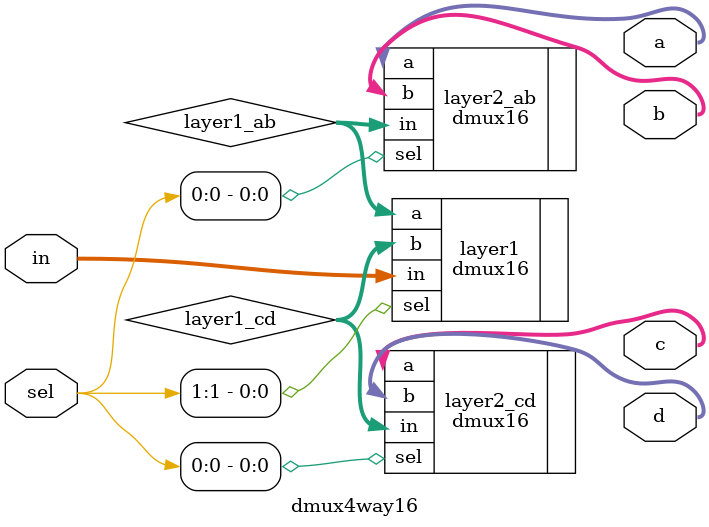
<source format=v>
/* Channels the input to one out of 4 outputs */
module dmux4way16(
    input wire [15:0] in,
    input wire [1:0] sel,
    output wire [15:0] a,
    output wire [15:0] b,
    output wire [15:0] c,
    output wire [15:0] d
);
    wire [15:0] layer1_ab, layer1_cd;
    dmux16 layer1 (
        .in(in),
        .sel(sel[1]),
        .a(layer1_ab),
        .b(layer1_cd)
    );
    dmux16 layer2_ab (
        .in(layer1_ab),
        .sel(sel[0]),
        .a(a),
        .b(b)
    );
    dmux16 layer2_cd (
        .in(layer1_cd),
        .sel(sel[0]),
        .a(c),
        .b(d)
    );

endmodule
</source>
